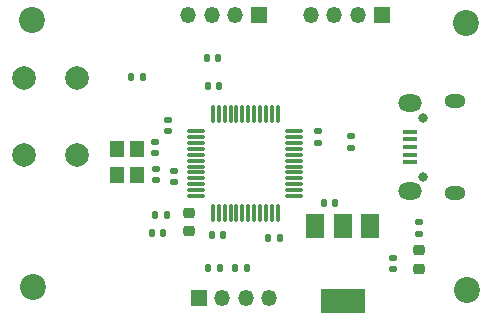
<source format=gbr>
%TF.GenerationSoftware,KiCad,Pcbnew,7.0.2*%
%TF.CreationDate,2023-04-27T00:23:47+05:30*%
%TF.ProjectId,stm32_pcb_design,73746d33-325f-4706-9362-5f6465736967,rev?*%
%TF.SameCoordinates,Original*%
%TF.FileFunction,Soldermask,Top*%
%TF.FilePolarity,Negative*%
%FSLAX46Y46*%
G04 Gerber Fmt 4.6, Leading zero omitted, Abs format (unit mm)*
G04 Created by KiCad (PCBNEW 7.0.2) date 2023-04-27 00:23:47*
%MOMM*%
%LPD*%
G01*
G04 APERTURE LIST*
G04 Aperture macros list*
%AMRoundRect*
0 Rectangle with rounded corners*
0 $1 Rounding radius*
0 $2 $3 $4 $5 $6 $7 $8 $9 X,Y pos of 4 corners*
0 Add a 4 corners polygon primitive as box body*
4,1,4,$2,$3,$4,$5,$6,$7,$8,$9,$2,$3,0*
0 Add four circle primitives for the rounded corners*
1,1,$1+$1,$2,$3*
1,1,$1+$1,$4,$5*
1,1,$1+$1,$6,$7*
1,1,$1+$1,$8,$9*
0 Add four rect primitives between the rounded corners*
20,1,$1+$1,$2,$3,$4,$5,0*
20,1,$1+$1,$4,$5,$6,$7,0*
20,1,$1+$1,$6,$7,$8,$9,0*
20,1,$1+$1,$8,$9,$2,$3,0*%
G04 Aperture macros list end*
%ADD10C,2.200000*%
%ADD11C,2.000000*%
%ADD12RoundRect,0.140000X-0.140000X-0.170000X0.140000X-0.170000X0.140000X0.170000X-0.140000X0.170000X0*%
%ADD13RoundRect,0.140000X-0.170000X0.140000X-0.170000X-0.140000X0.170000X-0.140000X0.170000X0.140000X0*%
%ADD14RoundRect,0.140000X0.140000X0.170000X-0.140000X0.170000X-0.140000X-0.170000X0.140000X-0.170000X0*%
%ADD15R,1.200000X1.400000*%
%ADD16R,1.500000X2.000000*%
%ADD17R,3.800000X2.000000*%
%ADD18RoundRect,0.075000X-0.662500X-0.075000X0.662500X-0.075000X0.662500X0.075000X-0.662500X0.075000X0*%
%ADD19RoundRect,0.075000X-0.075000X-0.662500X0.075000X-0.662500X0.075000X0.662500X-0.075000X0.662500X0*%
%ADD20RoundRect,0.135000X-0.135000X-0.185000X0.135000X-0.185000X0.135000X0.185000X-0.135000X0.185000X0*%
%ADD21RoundRect,0.135000X0.135000X0.185000X-0.135000X0.185000X-0.135000X-0.185000X0.135000X-0.185000X0*%
%ADD22RoundRect,0.135000X0.185000X-0.135000X0.185000X0.135000X-0.185000X0.135000X-0.185000X-0.135000X0*%
%ADD23RoundRect,0.135000X-0.185000X0.135000X-0.185000X-0.135000X0.185000X-0.135000X0.185000X0.135000X0*%
%ADD24R,1.350000X1.350000*%
%ADD25O,1.350000X1.350000*%
%ADD26O,1.800000X1.150000*%
%ADD27O,2.000000X1.450000*%
%ADD28R,1.300000X0.450000*%
%ADD29O,0.800000X0.800000*%
%ADD30RoundRect,0.218750X-0.256250X0.218750X-0.256250X-0.218750X0.256250X-0.218750X0.256250X0.218750X0*%
%ADD31RoundRect,0.140000X0.170000X-0.140000X0.170000X0.140000X-0.170000X0.140000X-0.170000X-0.140000X0*%
G04 APERTURE END LIST*
D10*
%TO.C,H4*%
X154940000Y-101498400D03*
%TD*%
%TO.C,H3*%
X154838400Y-78892400D03*
%TD*%
%TO.C,H2*%
X118160800Y-101244400D03*
%TD*%
%TO.C,H1*%
X118059200Y-78638400D03*
%TD*%
D11*
%TO.C,SW1*%
X121884000Y-90016400D03*
X121884000Y-83516400D03*
X117384000Y-90016400D03*
X117384000Y-83516400D03*
%TD*%
D12*
%TO.C,C7*%
X132999600Y-84226400D03*
X133959600Y-84226400D03*
%TD*%
D13*
%TO.C,C6*%
X142300000Y-88020000D03*
X142300000Y-88980000D03*
%TD*%
D14*
%TO.C,C5*%
X139062400Y-97028000D03*
X138102400Y-97028000D03*
%TD*%
D15*
%TO.C,Y1*%
X127000000Y-89500000D03*
X127000000Y-91700000D03*
X125300000Y-91700000D03*
X125300000Y-89500000D03*
%TD*%
D16*
%TO.C,U2*%
X146700000Y-96050000D03*
D17*
X144400000Y-102350000D03*
D16*
X144400000Y-96050000D03*
X142100000Y-96050000D03*
%TD*%
D18*
%TO.C,U1*%
X132000000Y-88000000D03*
X132000000Y-88500000D03*
X132000000Y-89000000D03*
X132000000Y-89500000D03*
X132000000Y-90000000D03*
X132000000Y-90500000D03*
X132000000Y-91000000D03*
X132000000Y-91500000D03*
X132000000Y-92000000D03*
X132000000Y-92500000D03*
X132000000Y-93000000D03*
X132000000Y-93500000D03*
D19*
X133412500Y-94912500D03*
X133912500Y-94912500D03*
X134412500Y-94912500D03*
X134912500Y-94912500D03*
X135412500Y-94912500D03*
X135912500Y-94912500D03*
X136412500Y-94912500D03*
X136912500Y-94912500D03*
X137412500Y-94912500D03*
X137912500Y-94912500D03*
X138412500Y-94912500D03*
X138912500Y-94912500D03*
D18*
X140325000Y-93500000D03*
X140325000Y-93000000D03*
X140325000Y-92500000D03*
X140325000Y-92000000D03*
X140325000Y-91500000D03*
X140325000Y-91000000D03*
X140325000Y-90500000D03*
X140325000Y-90000000D03*
X140325000Y-89500000D03*
X140325000Y-89000000D03*
X140325000Y-88500000D03*
X140325000Y-88000000D03*
D19*
X138912500Y-86587500D03*
X138412500Y-86587500D03*
X137912500Y-86587500D03*
X137412500Y-86587500D03*
X136912500Y-86587500D03*
X136412500Y-86587500D03*
X135912500Y-86587500D03*
X135412500Y-86587500D03*
X134912500Y-86587500D03*
X134412500Y-86587500D03*
X133912500Y-86587500D03*
X133412500Y-86587500D03*
%TD*%
D20*
%TO.C,R5*%
X135290000Y-99600000D03*
X136310000Y-99600000D03*
%TD*%
D21*
%TO.C,R4*%
X134010000Y-99600000D03*
X132990000Y-99600000D03*
%TD*%
D22*
%TO.C,R1*%
X150900000Y-95670000D03*
X150900000Y-96690000D03*
%TD*%
D23*
%TO.C,R3*%
X145084800Y-88442800D03*
X145084800Y-89462800D03*
%TD*%
D20*
%TO.C,R2*%
X127461200Y-83464400D03*
X126441200Y-83464400D03*
%TD*%
D24*
%TO.C,J4*%
X132200000Y-102100000D03*
D25*
X134200000Y-102100000D03*
X136200000Y-102100000D03*
X138200000Y-102100000D03*
%TD*%
D24*
%TO.C,J3*%
X137300000Y-78200000D03*
D25*
X135300000Y-78200000D03*
X133300000Y-78200000D03*
X131300000Y-78200000D03*
%TD*%
D24*
%TO.C,J2*%
X147700000Y-78200000D03*
D25*
X145700000Y-78200000D03*
X143700000Y-78200000D03*
X141700000Y-78200000D03*
%TD*%
D26*
%TO.C,J1*%
X153938600Y-85477600D03*
X153938600Y-93227600D03*
D27*
X150138600Y-85627600D03*
X150138600Y-93077600D03*
D28*
X150088600Y-88052600D03*
X150088600Y-88702600D03*
X150088600Y-89352600D03*
X150088600Y-90002600D03*
X150088600Y-90652600D03*
D29*
X151188600Y-86852600D03*
X151188600Y-91852600D03*
%TD*%
D30*
%TO.C,FB1*%
X131400000Y-94912500D03*
X131400000Y-96487500D03*
%TD*%
%TO.C,D1*%
X150900000Y-99667500D03*
X150900000Y-98092500D03*
%TD*%
D31*
%TO.C,C2*%
X148640800Y-99692400D03*
X148640800Y-98732400D03*
%TD*%
D12*
%TO.C,C1*%
X142826800Y-94107000D03*
X143786800Y-94107000D03*
%TD*%
D13*
%TO.C,C13*%
X128600000Y-91220000D03*
X128600000Y-92180000D03*
%TD*%
D31*
%TO.C,C12*%
X128500000Y-88920000D03*
X128500000Y-89880000D03*
%TD*%
D12*
%TO.C,C11*%
X133320000Y-96800000D03*
X134280000Y-96800000D03*
%TD*%
D14*
%TO.C,C10*%
X128270000Y-96621600D03*
X129230000Y-96621600D03*
%TD*%
%TO.C,C9*%
X129512000Y-95148400D03*
X128552000Y-95148400D03*
%TD*%
D31*
%TO.C,C8*%
X130100000Y-92300000D03*
X130100000Y-91340000D03*
%TD*%
D12*
%TO.C,C3*%
X132900000Y-81800000D03*
X133860000Y-81800000D03*
%TD*%
D31*
%TO.C,C4*%
X129641600Y-88008400D03*
X129641600Y-87048400D03*
%TD*%
M02*

</source>
